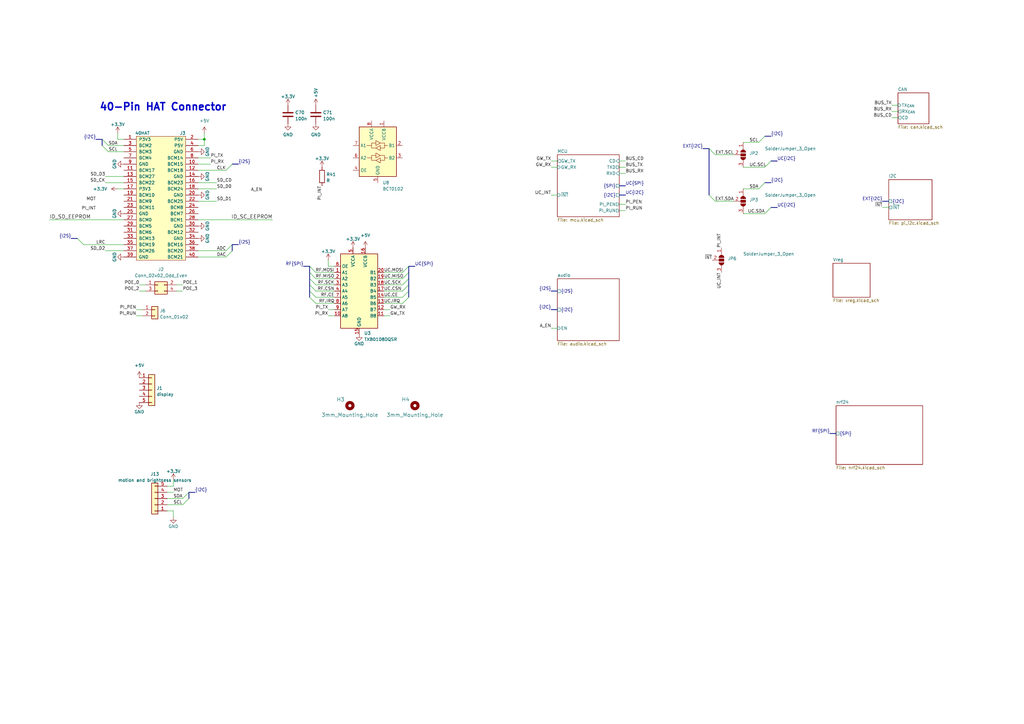
<source format=kicad_sch>
(kicad_sch (version 20230121) (generator eeschema)
  (paper "A3")
  (title_block (title "Raspberry Pi HAT") (rev "A"))
  (lib_symbols
    (symbol "Connector_Generic:Conn_01x02" (pin_names (offset 1.016) hide)
      (property "Reference" "J" (at 0 2.54 0))
      (property "Value" "Conn_01x02" (at 0 -5.08 0))
      (symbol "Conn_01x02_1_1"
        (rectangle (start -1.27 -2.413) (end 0 -2.667) (stroke (width 0.1524)))
        (rectangle (start -1.27 0.127) (end 0 -0.127) (stroke (width 0.1524)))
        (rectangle (start -1.27 1.27) (end 1.27 -3.81) (stroke (width 0.254)) (fill (type background)))
        (pin passive line (at -5.08 0 0) (length 3.81) (name "Pin_1") (number "1"))
        (pin passive line (at -5.08 -2.54 0) (length 3.81) (name "Pin_2") (number "2"))
      )
    )
    (symbol "Connector_Generic:Conn_01x05" (pin_names (offset 1.016) hide)
      (property "Reference" "J" (at 0 7.62 0))
      (property "Value" "Conn_01x05" (at 0 -7.62 0))
      (symbol "Conn_01x05_1_1"
        (rectangle (start -1.27 -4.953) (end 0 -5.207) (stroke (width 0.1524)))
        (rectangle (start -1.27 -2.413) (end 0 -2.667) (stroke (width 0.1524)))
        (rectangle (start -1.27 0.127) (end 0 -0.127) (stroke (width 0.1524)))
        (rectangle (start -1.27 2.667) (end 0 2.413) (stroke (width 0.1524)))
        (rectangle (start -1.27 5.207) (end 0 4.953) (stroke (width 0.1524)))
        (rectangle (start -1.27 6.35) (end 1.27 -6.35) (stroke (width 0.254)) (fill (type background)))
        (pin passive line (at -5.08 5.08 0) (length 3.81) (name "Pin_1") (number "1"))
        (pin passive line (at -5.08 2.54 0) (length 3.81) (name "Pin_2") (number "2"))
        (pin passive line (at -5.08 0 0) (length 3.81) (name "Pin_3") (number "3"))
        (pin passive line (at -5.08 -2.54 0) (length 3.81) (name "Pin_4") (number "4"))
        (pin passive line (at -5.08 -5.08 0) (length 3.81) (name "Pin_5") (number "5"))
      )
    )
    (symbol "Connector_Generic:Conn_02x02_Odd_Even" (pin_names (offset 1.016) hide)
      (property "Reference" "J" (at 1.27 2.54 0))
      (property "Value" "Conn_02x02_Odd_Even" (at 1.27 -5.08 0))
      (symbol "Conn_02x02_Odd_Even_1_1"
        (rectangle (start -1.27 -2.413) (end 0 -2.667) (stroke (width 0.1524)))
        (rectangle (start -1.27 0.127) (end 0 -0.127) (stroke (width 0.1524)))
        (rectangle (start -1.27 1.27) (end 3.81 -3.81) (stroke (width 0.254)) (fill (type background)))
        (rectangle (start 3.81 -2.413) (end 2.54 -2.667) (stroke (width 0.1524)))
        (rectangle (start 3.81 0.127) (end 2.54 -0.127) (stroke (width 0.1524)))
        (pin passive line (at -5.08 0 0) (length 3.81) (name "Pin_1") (number "1"))
        (pin passive line (at 7.62 0 180) (length 3.81) (name "Pin_2") (number "2"))
        (pin passive line (at -5.08 -2.54 0) (length 3.81) (name "Pin_3") (number "3"))
        (pin passive line (at 7.62 -2.54 180) (length 3.81) (name "Pin_4") (number "4"))
      )
    )
    (symbol "Device:C" (pin_numbers hide) (pin_names (offset 0.254))
      (property "Reference" "C" (at 0.635 2.54 0))
      (property "Value" "C" (at 0.635 -2.54 0))
      (symbol "C_0_1"
        (polyline (pts (xy -2.032 -0.762) (xy 2.032 -0.762)) (stroke (width 0.508)))
        (polyline (pts (xy -2.032 0.762) (xy 2.032 0.762)) (stroke (width 0.508)))
      )
      (symbol "C_1_1"
        (pin passive line (at 0 3.81 270) (length 2.794) (name "~") (number "1"))
        (pin passive line (at 0 -3.81 90) (length 2.794) (name "~") (number "2"))
      )
    )
    (symbol "Device:R" (pin_numbers hide) (pin_names (offset 0))
      (property "Reference" "R" (at 2.032 0 90))
      (property "Value" "R" (at 0 0 90))
      (symbol "R_0_1"
        (rectangle (start -1.016 -2.54) (end 1.016 2.54) (stroke (width 0.254)))
      )
      (symbol "R_1_1"
        (pin passive line (at 0 3.81 270) (length 1.27) (name "~") (number "1"))
        (pin passive line (at 0 -3.81 90) (length 1.27) (name "~") (number "2"))
      )
    )
    (symbol "Jumper:SolderJumper_3_Open" (pin_names (offset 0) hide)
      (property "Reference" "JP" (at -2.54 -2.54 0))
      (property "Value" "SolderJumper_3_Open" (at 0 2.794 0))
      (symbol "SolderJumper_3_Open_0_1"
        (arc (start -1.016 1.016) (mid -2.0276 0) (end -1.016 -1.016))
        (arc (start -1.016 1.016) (mid -2.0276 0) (end -1.016 -1.016) (fill (type outline)))
        (rectangle (start -0.508 1.016) (end 0.508 -1.016) (fill (type outline)))
        (polyline (pts (xy -2.54 0) (xy -2.032 0)))
        (polyline (pts (xy -1.016 1.016) (xy -1.016 -1.016)))
        (polyline (pts (xy 0 -1.27) (xy 0 -1.016)))
        (polyline (pts (xy 1.016 1.016) (xy 1.016 -1.016)))
        (polyline (pts (xy 2.54 0) (xy 2.032 0)))
        (arc (start 1.016 -1.016) (mid 2.0276 0) (end 1.016 1.016))
        (arc (start 1.016 -1.016) (mid 2.0276 0) (end 1.016 1.016) (fill (type outline)))
      )
      (symbol "SolderJumper_3_Open_1_1"
        (pin passive line (at -5.08 0 0) (length 2.54) (name "A") (number "1"))
        (pin passive line (at 0 -3.81 90) (length 2.54) (name "C") (number "2"))
        (pin passive line (at 5.08 0 180) (length 2.54) (name "B") (number "3"))
      )
    )
    (symbol "Logic_LevelTranslator:TXB0108DQSR"
      (property "Reference" "U" (at -6.35 16.51 0))
      (property "Value" "TXB0108DQSR" (at 3.81 16.51 0))
      (symbol "TXB0108DQSR_0_1"
        (rectangle (start -7.62 15.24) (end 7.62 -15.24) (stroke (width 0.254)) (fill (type background)))
      )
      (symbol "TXB0108DQSR_1_1"
        (pin bidirectional line (at -10.16 7.62 0) (length 2.54) (name "A1") (number "1"))
        (pin bidirectional line (at -10.16 -10.16 0) (length 2.54) (name "A8") (number "10"))
        (pin bidirectional line (at 10.16 -10.16 180) (length 2.54) (name "B8") (number "11"))
        (pin bidirectional line (at 10.16 -7.62 180) (length 2.54) (name "B7") (number "12"))
        (pin bidirectional line (at 10.16 -5.08 180) (length 2.54) (name "B6") (number "13"))
        (pin bidirectional line (at 10.16 -2.54 180) (length 2.54) (name "B5") (number "14"))
        (pin power_in line (at 0 -17.78 90) (length 2.54) (name "GND") (number "15"))
        (pin power_in line (at 2.54 17.78 270) (length 2.54) (name "VCCB") (number "16"))
        (pin bidirectional line (at 10.16 0 180) (length 2.54) (name "B4") (number "17"))
        (pin bidirectional line (at 10.16 2.54 180) (length 2.54) (name "B3") (number "18"))
        (pin bidirectional line (at 10.16 5.08 180) (length 2.54) (name "B2") (number "19"))
        (pin bidirectional line (at -10.16 5.08 0) (length 2.54) (name "A2") (number "2"))
        (pin bidirectional line (at 10.16 7.62 180) (length 2.54) (name "B1") (number "20"))
        (pin bidirectional line (at -10.16 2.54 0) (length 2.54) (name "A3") (number "3"))
        (pin bidirectional line (at -10.16 0 0) (length 2.54) (name "A4") (number "4"))
        (pin power_in line (at -2.54 17.78 270) (length 2.54) (name "VCCA") (number "5"))
        (pin input line (at -10.16 10.16 0) (length 2.54) (name "OE") (number "6"))
        (pin bidirectional line (at -10.16 -2.54 0) (length 2.54) (name "A5") (number "7"))
        (pin bidirectional line (at -10.16 -5.08 0) (length 2.54) (name "A6") (number "8"))
        (pin bidirectional line (at -10.16 -7.62 0) (length 2.54) (name "A7") (number "9"))
      )
    )
    (symbol "Mechanical:MountingHole" (pin_names (offset 1.016))
      (property "Reference" "H" (at 0 5.08 0))
      (property "Value" "MountingHole" (at 0 3.175 0))
      (symbol "MountingHole_0_1"
        (circle (center 0 0) (radius 1.27) (stroke (width 1.27)))
      )
    )
    (symbol "power:+3.3V" (power) (pin_names (offset 0))
      (property "Value" "+3.3V" (at 0 3.556 0))
      (symbol "+3.3V_0_1"
        (polyline (pts (xy -0.762 1.27) (xy 0 2.54)))
        (polyline (pts (xy 0 0) (xy 0 2.54)))
        (polyline (pts (xy 0 2.54) (xy 0.762 1.27)))
      )
      (symbol "+3.3V_1_1"
        (pin power_in line (at 0 0 90) (length 0) hide (name "+3.3V") (number "1"))
      )
    )
    (symbol "power:+5V" (power) (pin_names (offset 0))
      (property "Value" "+5V" (at 0 3.556 0))
      (symbol "+5V_0_1"
        (polyline (pts (xy -0.762 1.27) (xy 0 2.54)))
        (polyline (pts (xy 0 0) (xy 0 2.54)))
        (polyline (pts (xy 0 2.54) (xy 0.762 1.27)))
      )
      (symbol "+5V_1_1"
        (pin power_in line (at 0 0 90) (length 0) hide (name "+5V") (number "1"))
      )
    )
    (symbol "power:GND" (power) (pin_names (offset 0))
      (property "Value" "GND" (at 0 -3.81 0))
      (symbol "GND_0_1"
        (polyline (pts (xy 0 0) (xy 0 -1.27) (xy 1.27 -1.27) (xy 0 -2.54) (xy -1.27 -1.27) (xy 0 -1.27)))
      )
      (symbol "GND_1_1"
        (pin power_in line (at 0 0 270) (length 0) hide (name "GND") (number "1"))
      )
    )
    (symbol "prj_lib:BCT0102"
      (property "Reference" "U" (at -6.35 11.43 0))
      (property "Value" "BCT0102" (at 3.81 11.43 0))
      (symbol "BCT0102_0_1"
        (rectangle (start -7.62 10.16) (end 7.62 -10.16) (stroke (width 0.254)) (fill (type background)))
        (polyline (pts (xy -2.54 -2.54) (xy -2.54 -1.524) (xy -0.762 -1.524)))
        (polyline (pts (xy -2.54 2.54) (xy -2.54 3.556) (xy -0.762 3.556)))
        (polyline (pts (xy 2.794 -2.54) (xy 2.794 -3.556) (xy 1.016 -3.556)))
        (polyline (pts (xy 2.794 2.54) (xy 2.794 1.524) (xy 1.016 1.524)))
        (polyline (pts (xy -0.762 -3.556) (xy -2.54 -3.556) (xy -2.54 -2.54) (xy -4.318 -2.54)))
        (polyline (pts (xy -0.762 -2.54) (xy -0.762 -0.508) (xy 1.016 -1.524) (xy -0.762 -2.54)) (fill (type background)))
        (polyline (pts (xy -0.762 1.524) (xy -2.54 1.524) (xy -2.54 2.54) (xy -4.572 2.54)))
        (polyline (pts (xy -0.762 2.54) (xy -0.762 4.572) (xy 1.016 3.556) (xy -0.762 2.54)))
        (polyline (pts (xy 1.016 -2.54) (xy 1.016 -4.572) (xy -0.762 -3.556) (xy 1.016 -2.54)))
        (polyline (pts (xy 1.016 -1.524) (xy 2.794 -1.524) (xy 2.794 -2.54) (xy 4.064 -2.54)))
        (polyline (pts (xy 1.016 3.556) (xy 2.794 3.556) (xy 2.794 2.54) (xy 4.064 2.54)))
        (polyline (pts (xy 1.016 2.54) (xy 1.016 0.762) (xy 1.016 0.508) (xy -0.762 1.524) (xy 1.016 2.54)))
      )
      (symbol "BCT0102_1_1"
        (pin power_in line (at 2.54 12.7 270) (length 2.54) (name "VCCB") (number "1"))
        (pin bidirectional line (at 10.16 2.54 180) (length 2.54) (name "B1") (number "2"))
        (pin bidirectional line (at 10.16 -2.54 180) (length 2.54) (name "B2") (number "3"))
        (pin input line (at -10.16 -7.62 0) (length 2.54) (name "OE") (number "4"))
        (pin power_in line (at 0 -12.7 90) (length 2.54) (name "GND") (number "5"))
        (pin bidirectional line (at -10.16 -2.54 0) (length 2.54) (name "A2") (number "6"))
        (pin bidirectional line (at -10.16 2.54 0) (length 2.54) (name "A1") (number "7"))
        (pin power_in line (at -2.54 12.7 270) (length 2.54) (name "VCCA") (number "8"))
      )
    )
    (symbol "raspberrypi_hat:OX40HAT" (pin_names (offset 1.016))
      (property "Reference" "J" (at 8.89 2.54 0))
      (property "Value" "OX40HAT" (at -7.62 2.54 0))
      (symbol "OX40HAT_0_1"
        (rectangle (start -10.16 1.27) (end 10.16 -49.53) (fill (type background)))
      )
      (symbol "OX40HAT_1_1"
        (pin bidirectional line (at -15.24 0 0) (length 5.08) (name "P3V3") (number "1"))
        (pin bidirectional line (at 15.24 -10.16 180) (length 5.08) (name "BCM15") (number "10"))
        (pin bidirectional line (at -15.24 -12.7 0) (length 5.08) (name "BCM17") (number "11"))
        (pin bidirectional line (at 15.24 -12.7 180) (length 5.08) (name "BCM18") (number "12"))
        (pin bidirectional line (at -15.24 -15.24 0) (length 5.08) (name "BCM27") (number "13"))
        (pin bidirectional line (at 15.24 -15.24 180) (length 5.08) (name "GND") (number "14"))
        (pin bidirectional line (at -15.24 -17.78 0) (length 5.08) (name "BCM22") (number "15"))
        (pin bidirectional line (at 15.24 -17.78 180) (length 5.08) (name "BCM23") (number "16"))
        (pin bidirectional line (at -15.24 -20.32 0) (length 5.08) (name "P3V3") (number "17"))
        (pin bidirectional line (at 15.24 -20.32 180) (length 5.08) (name "BCM24") (number "18"))
        (pin bidirectional line (at -15.24 -22.86 0) (length 5.08) (name "BCM10") (number "19"))
        (pin bidirectional line (at 15.24 0 180) (length 5.08) (name "P5V") (number "2"))
        (pin bidirectional line (at 15.24 -22.86 180) (length 5.08) (name "GND") (number "20"))
        (pin bidirectional line (at -15.24 -25.4 0) (length 5.08) (name "BCM9") (number "21"))
        (pin bidirectional line (at 15.24 -25.4 180) (length 5.08) (name "BCM25") (number "22"))
        (pin bidirectional line (at -15.24 -27.94 0) (length 5.08) (name "BCM11") (number "23"))
        (pin bidirectional line (at 15.24 -27.94 180) (length 5.08) (name "BCM8") (number "24"))
        (pin bidirectional line (at -15.24 -30.48 0) (length 5.08) (name "GND") (number "25"))
        (pin bidirectional line (at 15.24 -30.48 180) (length 5.08) (name "BCM7") (number "26"))
        (pin bidirectional line (at -15.24 -33.02 0) (length 5.08) (name "BCM0") (number "27"))
        (pin bidirectional line (at 15.24 -33.02 180) (length 5.08) (name "BCM1") (number "28"))
        (pin bidirectional line (at -15.24 -35.56 0) (length 5.08) (name "BCM5") (number "29"))
        (pin bidirectional line (at -15.24 -2.54 0) (length 5.08) (name "BCM2") (number "3"))
        (pin bidirectional line (at 15.24 -35.56 180) (length 5.08) (name "GND") (number "30"))
        (pin bidirectional line (at -15.24 -38.1 0) (length 5.08) (name "BCM6") (number "31"))
        (pin bidirectional line (at 15.24 -38.1 180) (length 5.08) (name "BCM12") (number "32"))
        (pin bidirectional line (at -15.24 -40.64 0) (length 5.08) (name "BCM13") (number "33"))
        (pin bidirectional line (at 15.24 -40.64 180) (length 5.08) (name "GND") (number "34"))
        (pin bidirectional line (at -15.24 -43.18 0) (length 5.08) (name "BCM19") (number "35"))
        (pin bidirectional line (at 15.24 -43.18 180) (length 5.08) (name "BCM16") (number "36"))
        (pin bidirectional line (at -15.24 -45.72 0) (length 5.08) (name "BCM26") (number "37"))
        (pin bidirectional line (at 15.24 -45.72 180) (length 5.08) (name "BCM20") (number "38"))
        (pin bidirectional line (at -15.24 -48.26 0) (length 5.08) (name "GND") (number "39"))
        (pin bidirectional line (at 15.24 -2.54 180) (length 5.08) (name "P5V") (number "4"))
        (pin bidirectional line (at 15.24 -48.26 180) (length 5.08) (name "BCM21") (number "40"))
        (pin bidirectional line (at -15.24 -5.08 0) (length 5.08) (name "BCM3") (number "5"))
        (pin bidirectional line (at 15.24 -5.08 180) (length 5.08) (name "GND") (number "6"))
        (pin bidirectional line (at -15.24 -7.62 0) (length 5.08) (name "BCM4") (number "7"))
        (pin bidirectional line (at 15.24 -7.62 180) (length 5.08) (name "BCM14") (number "8"))
        (pin bidirectional line (at -15.24 -10.16 0) (length 5.08) (name "GND") (number "9"))
      )
    )
  )
  (bus_alias "I2C" (members "SDA" "SCL"))
  (bus_alias "I2S" (members "CLK" "LRC" "DAC" "ADC"))
  (bus_alias "SPI" (members "MOSI" "MISO" "SCK" "CSN" "CE" "IRQ"))
  (junction (at 83.82 57.15))
  (bus_entry (at 127 119.38) (size 2.54 2.54))
  (bus_entry (at 127 109.22) (size 2.54 2.54))
  (bus_entry (at 313.69 55.88) (size -2.54 2.54))
  (bus_entry (at 290.83 60.96) (size 2.54 2.54))
  (bus_entry (at 127 111.76) (size 2.54 2.54))
  (bus_entry (at 95.25 102.87) (size -2.54 2.54))
  (bus_entry (at 31.75 97.79) (size 2.54 2.54))
  (bus_entry (at 41.91 57.15) (size 2.54 2.54))
  (bus_entry (at 77.47 204.47) (size -2.54 2.54))
  (bus_entry (at 290.83 80.01) (size 2.54 2.54))
  (bus_entry (at 167.64 121.92) (size -2.54 2.54))
  (bus_entry (at 41.91 59.69) (size 2.54 2.54))
  (bus_entry (at 167.64 119.38) (size -2.54 2.54))
  (bus_entry (at 95.25 67.31) (size -2.54 2.54))
  (bus_entry (at 127 121.92) (size 2.54 2.54))
  (bus_entry (at 313.69 74.93) (size -2.54 2.54))
  (bus_entry (at 167.64 114.3) (size -2.54 2.54))
  (bus_entry (at 316.23 66.04) (size -2.54 2.54))
  (bus_entry (at 167.64 111.76) (size -2.54 2.54))
  (bus_entry (at 127 116.84) (size 2.54 2.54))
  (bus_entry (at 95.25 100.33) (size -2.54 2.54))
  (bus_entry (at 316.23 85.09) (size -2.54 2.54))
  (bus_entry (at 127 114.3) (size 2.54 2.54))
  (bus_entry (at 167.64 116.84) (size -2.54 2.54))
  (bus_entry (at 77.47 201.93) (size -2.54 2.54))
  (bus_entry (at 167.64 109.22) (size -2.54 2.54))
  (wire (pts (xy 137.16 119.38) (xy 129.54 119.38)))
  (wire (pts (xy 311.15 77.47) (xy 304.8 77.47)))
  (wire (pts (xy 74.93 204.47) (xy 68.58 204.47)))
  (bus (pts (xy 127 111.76) (xy 127 109.22)))
  (bus (pts (xy 41.91 57.15) (xy 41.91 59.69)))
  (wire (pts (xy 137.16 124.46) (xy 129.54 124.46)))
  (bus (pts (xy 127 116.84) (xy 127 114.3)))
  (wire (pts (xy 83.82 57.15) (xy 81.28 57.15)))
  (wire (pts (xy 226.06 80.01) (xy 228.6 80.01)))
  (wire (pts (xy 57.15 119.38) (xy 59.69 119.38)))
  (bus (pts (xy 80.01 201.93) (xy 77.47 201.93)))
  (wire (pts (xy 228.6 68.58) (xy 226.06 68.58)))
  (wire (pts (xy 71.12 209.55) (xy 68.58 209.55)))
  (wire (pts (xy 50.8 90.17) (xy 20.32 90.17)))
  (wire (pts (xy 311.15 58.42) (xy 304.8 58.42)))
  (bus (pts (xy 167.64 109.22) (xy 170.18 109.22)))
  (wire (pts (xy 134.62 127) (xy 137.16 127)))
  (wire (pts (xy 254 68.58) (xy 256.54 68.58)))
  (bus (pts (xy 318.77 66.04) (xy 316.23 66.04)))
  (wire (pts (xy 157.48 124.46) (xy 165.1 124.46)))
  (wire (pts (xy 157.48 129.54) (xy 160.02 129.54)))
  (bus (pts (xy 318.77 85.09) (xy 316.23 85.09)))
  (wire (pts (xy 48.26 54.61) (xy 48.26 57.15)))
  (wire (pts (xy 68.58 201.93) (xy 71.12 201.93)))
  (wire (pts (xy 55.88 127) (xy 58.42 127)))
  (wire (pts (xy 43.18 72.39) (xy 50.8 72.39)))
  (wire (pts (xy 81.28 90.17) (xy 111.76 90.17)))
  (wire (pts (xy 74.93 207.01) (xy 68.58 207.01)))
  (wire (pts (xy 134.62 109.22) (xy 137.16 109.22)))
  (bus (pts (xy 167.64 114.3) (xy 167.64 111.76)))
  (wire (pts (xy 157.48 119.38) (xy 165.1 119.38)))
  (wire (pts (xy 304.8 68.58) (xy 313.69 68.58)))
  (bus (pts (xy 226.06 127) (xy 228.6 127)))
  (wire (pts (xy 43.18 102.87) (xy 50.8 102.87)))
  (wire (pts (xy 44.45 59.69) (xy 50.8 59.69)))
  (wire (pts (xy 86.36 64.77) (xy 81.28 64.77)))
  (bus (pts (xy 167.64 116.84) (xy 167.64 114.3)))
  (wire (pts (xy 137.16 114.3) (xy 129.54 114.3)))
  (wire (pts (xy 81.28 102.87) (xy 92.71 102.87)))
  (wire (pts (xy 81.28 59.69) (xy 83.82 59.69)))
  (bus (pts (xy 316.23 55.88) (xy 313.69 55.88)))
  (bus (pts (xy 316.23 74.93) (xy 313.69 74.93)))
  (wire (pts (xy 157.48 116.84) (xy 165.1 116.84)))
  (bus (pts (xy 95.25 100.33) (xy 95.25 102.87)))
  (wire (pts (xy 68.58 199.39) (xy 71.12 199.39)))
  (wire (pts (xy 81.28 74.93) (xy 88.9 74.93)))
  (wire (pts (xy 71.12 212.09) (xy 71.12 209.55)))
  (bus (pts (xy 254 76.2) (xy 256.54 76.2)))
  (wire (pts (xy 157.48 114.3) (xy 165.1 114.3)))
  (wire (pts (xy 86.36 67.31) (xy 81.28 67.31)))
  (wire (pts (xy 228.6 66.04) (xy 226.06 66.04)))
  (wire (pts (xy 293.37 63.5) (xy 300.99 63.5)))
  (bus (pts (xy 167.64 121.92) (xy 167.64 119.38)))
  (wire (pts (xy 293.37 82.55) (xy 300.99 82.55)))
  (wire (pts (xy 368.3 48.26) (xy 365.76 48.26)))
  (bus (pts (xy 124.46 109.22) (xy 127 109.22)))
  (wire (pts (xy 361.95 85.09) (xy 364.49 85.09)))
  (wire (pts (xy 157.48 121.92) (xy 165.1 121.92)))
  (wire (pts (xy 81.28 77.47) (xy 88.9 77.47)))
  (wire (pts (xy 254 66.04) (xy 256.54 66.04)))
  (wire (pts (xy 137.16 116.84) (xy 129.54 116.84)))
  (wire (pts (xy 254 71.12) (xy 256.54 71.12)))
  (bus (pts (xy 127 114.3) (xy 127 111.76)))
  (bus (pts (xy 288.29 60.96) (xy 290.83 60.96)))
  (wire (pts (xy 83.82 54.61) (xy 83.82 57.15)))
  (wire (pts (xy 72.39 116.84) (xy 74.93 116.84)))
  (wire (pts (xy 157.48 111.76) (xy 165.1 111.76)))
  (bus (pts (xy 95.25 67.31) (xy 97.79 67.31)))
  (bus (pts (xy 95.25 100.33) (xy 97.79 100.33)))
  (wire (pts (xy 34.29 100.33) (xy 50.8 100.33)))
  (wire (pts (xy 304.8 87.63) (xy 313.69 87.63)))
  (wire (pts (xy 55.88 129.54) (xy 58.42 129.54)))
  (wire (pts (xy 71.12 199.39) (xy 71.12 196.85)))
  (bus (pts (xy 127 121.92) (xy 127 119.38)))
  (wire (pts (xy 137.16 121.92) (xy 129.54 121.92)))
  (bus (pts (xy 127 119.38) (xy 127 116.84)))
  (bus (pts (xy 226.06 119.38) (xy 228.6 119.38)))
  (wire (pts (xy 50.8 57.15) (xy 48.26 57.15)))
  (wire (pts (xy 368.3 43.18) (xy 365.76 43.18)))
  (wire (pts (xy 134.62 129.54) (xy 137.16 129.54)))
  (wire (pts (xy 81.28 82.55) (xy 88.9 82.55)))
  (wire (pts (xy 81.28 69.85) (xy 92.71 69.85)))
  (wire (pts (xy 57.15 116.84) (xy 59.69 116.84)))
  (wire (pts (xy 157.48 127) (xy 160.02 127)))
  (bus (pts (xy 167.64 119.38) (xy 167.64 116.84)))
  (wire (pts (xy 83.82 59.69) (xy 83.82 57.15)))
  (wire (pts (xy 134.62 106.68) (xy 134.62 109.22)))
  (wire (pts (xy 368.3 45.72) (xy 365.76 45.72)))
  (wire (pts (xy 43.18 74.93) (xy 50.8 74.93)))
  (wire (pts (xy 254 83.82) (xy 256.54 83.82)))
  (bus (pts (xy 31.75 97.79) (xy 29.21 97.79)))
  (wire (pts (xy 226.06 134.62) (xy 228.6 134.62)))
  (bus (pts (xy 361.95 82.55) (xy 364.49 82.55)))
  (wire (pts (xy 254 86.36) (xy 256.54 86.36)))
  (wire (pts (xy 44.45 62.23) (xy 50.8 62.23)))
  (wire (pts (xy 48.26 77.47) (xy 50.8 77.47)))
  (bus (pts (xy 77.47 201.93) (xy 77.47 204.47)))
  (wire (pts (xy 81.28 105.41) (xy 92.71 105.41)))
  (bus (pts (xy 290.83 60.96) (xy 290.83 80.01)))
  (bus (pts (xy 167.64 111.76) (xy 167.64 109.22)))
  (bus (pts (xy 340.36 177.8) (xy 342.9 177.8)))
  (bus (pts (xy 254 80.01) (xy 256.54 80.01)))
  (bus (pts (xy 39.37 57.15) (xy 41.91 57.15)))
  (wire (pts (xy 72.39 119.38) (xy 74.93 119.38)))
  (wire (pts (xy 137.16 111.76) (xy 129.54 111.76)))
  (text "40-Pin HAT Connector" (at 40.64 45.72 0) (effects (font (size 2.9972 2.9972) (thickness 0.5994) bold) (justify left bottom)))
  (label "BUS_RX" (at 365.76 45.72 180))
  (label "SDA" (at 48.26 59.69 180))
  (label "ID_SD_EEPROM" (at 20.32 90.17 0) (effects (font (size 1.524 1.524))))
  (label "{I2S}" (at 29.21 97.79 180))
  (label "SD_D3" (at 43.18 72.39 180))
  (label "SCL" (at 307.34 58.42 0))
  (label "UC.SDA" (at 313.69 87.63 180))
  (label "RF.CE" (at 137.16 121.92 180))
  (label "PI_RX" (at 134.62 129.54 180))
  (label "UC{I2C}" (at 318.77 85.09 0))
  (label "EXT.SCL" (at 300.99 63.5 180))
  (label "PI_INT" (at 295.91 101.6 90))
  (label "UC.IRQ" (at 157.48 124.46 0))
  (label "EXT{I2C}" (at 361.95 82.55 180))
  (label "UC.SCK" (at 157.48 116.84 0))
  (label "CLK" (at 88.9 69.85 0))
  (label "LRC" (at 43.18 100.33 180))
  (label "PI_PEN" (at 55.88 127 180))
  (label "SD_D1" (at 88.9 82.55 0))
  (label "GW_TX" (at 160.02 129.54 0))
  (label "SDA" (at 307.34 77.47 0))
  (label "UC{I2C}" (at 318.77 66.04 0))
  (label "{I2C}" (at 316.23 55.88 0))
  (label "~{INT}" (at 361.95 85.09 180))
  (label "RF.CSN" (at 137.16 119.38 180))
  (label "SCL" (at 48.26 62.23 180))
  (label "{I2C}" (at 316.23 74.93 0))
  (label "MOT" (at 71.12 201.93 0))
  (label "GW_RX" (at 226.06 68.58 180))
  (label "UC.MOSI" (at 157.48 111.76 0))
  (label "RF.SCK" (at 137.16 116.84 180))
  (label "RF.MOSI" (at 137.16 111.76 180))
  (label "{I2S}" (at 226.06 119.38 180))
  (label "ADC" (at 88.9 102.87 0))
  (label "BUS_TX" (at 365.76 43.18 180))
  (label "SDA" (at 71.12 204.47 0))
  (label "PI_RUN" (at 55.88 129.54 180))
  (label "PI_TX" (at 86.36 64.77 0))
  (label "{I2S}" (at 97.79 100.33 0))
  (label "SD_CK" (at 43.18 74.93 180))
  (label "UC.MISO" (at 157.48 114.3 0))
  (label "A_EN" (at 226.06 134.62 180))
  (label "SD_CD" (at 88.9 74.93 0))
  (label "POE_0" (at 57.15 116.84 180))
  (label "PI_INT" (at 39.37 86.36 180))
  (label "PI_RUN" (at 256.54 86.36 0))
  (label "BUS_CD" (at 256.54 66.04 0))
  (label "ID_SC_EEPROM" (at 111.76 90.17 180) (effects (font (size 1.524 1.524))))
  (label "GW_RX" (at 160.02 127 0))
  (label "EXT.SDA" (at 300.99 82.55 180))
  (label "DAC" (at 88.9 105.41 0))
  (label "UC{SPI}" (at 170.18 109.22 0))
  (label "UC_INT" (at 295.91 111.76 270))
  (label "BUS_RX" (at 256.54 71.12 0))
  (label "UC.SCL" (at 307.34 68.58 0))
  (label "GW_TX" (at 226.06 66.04 180))
  (label "RF.MISO" (at 137.16 114.3 180))
  (label "UC.CSN" (at 157.48 119.38 0))
  (label "SCL" (at 71.12 207.01 0))
  (label "POE_3" (at 74.93 119.38 0))
  (label "UC.CE" (at 157.48 121.92 0))
  (label "RF.IRQ" (at 137.16 124.46 180))
  (label "A_EN" (at 102.87 78.74 0))
  (label "UC{I2C}" (at 256.54 80.01 0))
  (label "SD_D0" (at 88.9 77.47 0))
  (label "PI_PEN" (at 256.54 83.82 0))
  (label "~{INT}" (at 292.1 106.68 180))
  (label "POE_2" (at 57.15 119.38 180))
  (label "PI_RX" (at 86.36 67.31 0))
  (label "BUS_TX" (at 256.54 68.58 0))
  (label "{I2S}" (at 97.79 67.31 0))
  (label "RF{SPI}" (at 124.46 109.22 180))
  (label "{I2C}" (at 80.01 201.93 0))
  (label "BUS_CD" (at 365.76 48.26 180))
  (label "PI_TX" (at 134.62 127 180))
  (label "PI_INT" (at 132.08 76.2 270))
  (label "EXT{I2C}" (at 288.29 60.96 180))
  (label "{I2C}" (at 226.06 127 180))
  (label "UC_INT" (at 226.06 80.01 180))
  (label "SD_D2" (at 43.18 102.87 180))
  (label "UC{SPI}" (at 256.54 76.2 0))
  (label "RF{SPI}" (at 340.36 177.8 180))
  (label "POE_1" (at 74.93 116.84 0))
  (label "MOT" (at 39.37 82.55 180))
  (label "{I2C}" (at 39.37 57.15 180))
  (symbol (lib_id "Mechanical:MountingHole") (at 143.51 166.37 0) (unit 1)
    (property "Reference" "H3" (at 139.7 163.83 0) (effects (font (size 1.524 1.524))))
    (property "Value" "3mm_Mounting_Hole" (at 143.51 170.18 0) (effects (font (size 1.524 1.524))))
    (property "Footprint" "project_footprints:NPTH_3mm_ID" (effects hide))
  )
  (symbol (lib_id "Mechanical:MountingHole") (at 170.18 166.37 0) (unit 1)
    (property "Reference" "H4" (at 166.37 163.83 0) (effects (font (size 1.524 1.524))))
    (property "Value" "3mm_Mounting_Hole" (at 170.18 170.18 0) (effects (font (size 1.524 1.524))))
    (property "Footprint" "project_footprints:NPTH_3mm_ID" (effects hide))
  )
  (symbol (lib_id "raspberrypi_hat:OX40HAT") (at 66.04 57.15 0) (unit 1)
    (property "Reference" "J3" (at 74.93 54.61 0))
    (property "Value" "40HAT" (at 58.42 54.61 0))
    (property "Footprint" "Connector_PinSocket_2.54mm:PinSocket_2x20_P2.54mm_Vertical" (effects hide))
  )
  (symbol (lib_id "Connector_Generic:Conn_01x02") (at 63.5 127 0) (unit 1)
    (property "Reference" "J6" (at 65.532 127.4353 0) (effects (justify left)))
    (property "Value" "Conn_01x02" (at 65.532 129.9722 0) (effects (justify left)))
    (property "Footprint" "Connector_PinSocket_2.54mm:PinSocket_1x02_P2.54mm_Vertical" (effects hide))
  )
  (symbol (lib_id "Jumper:SolderJumper_3_Open") (at 304.8 63.5 270) (unit 1)
    (property "Reference" "JP2" (at 307.34 62.865 90) (effects (justify left)))
    (property "Value" "SolderJumper_3_Open" (at 313.69 60.96 90) (effects (justify left)))
    (property "Footprint" "Jumper:SolderJumper-3_P1.3mm_Open_RoundedPad1.0x1.5mm" (effects hide))
  )
  (symbol (lib_id "power:+3.3V") (at 144.78 101.6 0) (unit 1)
    (property "Reference" "#PWR012" (effects hide))
    (property "Value" "+3.3V" (at 144.78 98.0242 0))
  )
  (symbol (lib_id "power:+3.3V") (at 48.26 77.47 90) (mirror x) (unit 1)
    (property "Reference" "#PWR0103" (effects hide))
    (property "Value" "+3.3V" (at 38.1 77.47 90) (effects (justify right)))
  )
  (symbol (lib_id "power:GND") (at 147.32 137.16 0) (unit 1)
    (property "Reference" "#PWR011" (effects hide))
    (property "Value" "GND" (at 147.32 140.97 0))
  )
  (symbol (lib_id "Logic_LevelTranslator:TXB0108DQSR") (at 147.32 119.38 0) (unit 1)
    (property "Reference" "U3" (at 149.3394 136.6504 0) (effects (justify left)))
    (property "Value" "TXB0108DQSR" (at 149.3394 139.1873 0) (effects (justify left)))
    (property "Footprint" "Package_SO:TSSOP-20_4.4x6.5mm_P0.65mm" (effects hide))
    (property "Datasheet" "http://www.ti.com/lit/ds/symlink/txb0108.pdf" (effects hide))
  )
  (symbol (lib_id "power:+3.3V") (at 118.11 43.18 0) (unit 1)
    (property "Reference" "#PWR0113" (effects hide))
    (property "Value" "+3.3V" (at 118.11 39.6042 0))
  )
  (symbol (lib_id "Connector_Generic:Conn_01x05") (at 62.23 160.02 0) (unit 1)
    (property "Reference" "J1" (at 64.262 159.1853 0) (effects (justify left)))
    (property "Value" "display" (at 64.262 161.7222 0) (effects (justify left)))
    (property "Footprint" "Connector_PinSocket_2.54mm:PinSocket_1x05_P2.54mm_Vertical" (effects hide))
  )
  (symbol (lib_id "power:GND") (at 81.28 92.71 90) (unit 1)
    (property "Reference" "#PWR0135" (effects hide))
    (property "Value" "GND" (at 85.09 92.71 0))
  )
  (symbol (lib_id "Connector_Generic:Conn_02x02_Odd_Even") (at 64.77 116.84 0) (unit 1)
    (property "Reference" "J2" (at 66.04 110.49 0))
    (property "Value" "Conn_02x02_Odd_Even" (at 66.04 113.03 0))
    (property "Footprint" "Connector_PinSocket_2.54mm:PinSocket_2x02_P2.54mm_Vertical" (effects hide))
  )
  (symbol (lib_id "Jumper:SolderJumper_3_Open") (at 295.91 106.68 270) (unit 1)
    (property "Reference" "JP6" (at 298.45 106.045 90) (effects (justify left)))
    (property "Value" "SolderJumper_3_Open" (at 304.8 104.14 90) (effects (justify left)))
    (property "Footprint" "Jumper:SolderJumper-3_P1.3mm_Open_RoundedPad1.0x1.5mm" (effects hide))
  )
  (symbol (lib_id "power:+5V") (at 83.82 54.61 0) (unit 1)
    (property "Reference" "#PWR0125" (effects hide))
    (property "Value" "+5V" (at 83.82 49.53 0))
  )
  (symbol (lib_id "power:GND") (at 50.8 105.41 270) (unit 1)
    (property "Reference" "#PWR0136" (effects hide))
    (property "Value" "GND" (at 46.99 105.41 0))
  )
  (symbol (lib_id "power:+3.3V") (at 71.12 196.85 0) (unit 1)
    (property "Reference" "#PWR027" (effects hide))
    (property "Value" "+3.3V" (at 71.12 193.2742 0))
  )
  (symbol (lib_id "power:+3.3V") (at 132.08 68.58 0) (unit 1)
    (property "Reference" "#PWR020" (effects hide))
    (property "Value" "+3.3V" (at 132.08 65.0042 0))
  )
  (symbol (lib_id "power:+5V") (at 129.54 43.18 0) (unit 1)
    (property "Reference" "#PWR0115" (effects hide))
    (property "Value" "+5V" (at 129.54 38.1 90))
  )
  (symbol (lib_id "power:+5V") (at 57.15 154.94 0) (unit 1)
    (property "Reference" "#PWR0102" (effects hide))
    (property "Value" "+5V" (at 57.15 149.86 0))
  )
  (symbol (lib_id "power:+3.3V") (at 48.26 54.61 0) (unit 1)
    (property "Reference" "#PWR0119" (effects hide))
    (property "Value" "+3.3V" (at 48.26 51.0342 0))
  )
  (symbol (lib_id "power:GND") (at 50.8 67.31 270) (unit 1)
    (property "Reference" "#PWR0132" (effects hide))
    (property "Value" "GND" (at 46.99 67.31 0))
  )
  (symbol (lib_id "prj_lib:BCT0102") (at 154.94 62.23 0) (unit 1)
    (property "Reference" "U8" (at 156.8959 74.93 0) (effects (justify left)))
    (property "Value" "BCT0102" (at 156.8959 77.47 0) (effects (justify left)))
    (property "Footprint" "Package_TO_SOT_SMD:SOT-23-8" (effects hide))
    (property "Datasheet" "http://www.ti.com/lit/ds/symlink/txb0102.pdf" (effects hide))
  )
  (symbol (lib_id "power:GND") (at 129.54 50.8 0) (unit 1)
    (property "Reference" "#PWR0111" (effects hide))
    (property "Value" "GND" (at 129.54 55.2434 0))
  )
  (symbol (lib_id "power:+3.3V") (at 134.62 106.68 0) (unit 1)
    (property "Reference" "#PWR014" (effects hide))
    (property "Value" "+3.3V" (at 134.62 103.1042 0))
  )
  (symbol (lib_id "power:GND") (at 57.15 165.1 0) (unit 1)
    (property "Reference" "#PWR0101" (effects hide))
    (property "Value" "GND" (at 57.15 168.91 0))
  )
  (symbol (lib_id "Device:C") (at 118.11 46.99 180) (unit 1)
    (property "Reference" "C70" (at 121.031 46.1553 0) (effects (justify right)))
    (property "Value" "100n" (at 121.031 48.6922 0) (effects (justify right)))
    (property "Footprint" "Capacitor_SMD:C_0603_1608Metric" (effects hide))
  )
  (symbol (lib_id "power:GND") (at 118.11 50.8 0) (unit 1)
    (property "Reference" "#PWR0110" (effects hide))
    (property "Value" "GND" (at 118.11 55.2434 0))
  )
  (symbol (lib_id "Connector_Generic:Conn_01x05") (at 63.5 204.47 180) (unit 1)
    (property "Reference" "J13" (at 63.5 194.4202 0))
    (property "Value" "motion and brightness sensors" (at 63.5 196.9571 0))
    (property "Footprint" "Connector_JST:JST_PH_B5B-PH-K_1x05_P2.00mm_Vertical" (effects hide))
  )
  (symbol (lib_id "Device:C") (at 129.54 46.99 180) (unit 1)
    (property "Reference" "C71" (at 132.461 46.1553 0) (effects (justify right)))
    (property "Value" "100n" (at 132.461 48.6922 0) (effects (justify right)))
    (property "Footprint" "Capacitor_SMD:C_0603_1608Metric" (effects hide))
  )
  (symbol (lib_id "power:GND") (at 81.28 62.23 90) (unit 1)
    (property "Reference" "#PWR0130" (effects hide))
    (property "Value" "GND" (at 85.09 62.23 0))
  )
  (symbol (lib_id "power:GND") (at 50.8 87.63 270) (unit 1)
    (property "Reference" "#PWR0134" (effects hide))
    (property "Value" "GND" (at 46.99 87.63 0))
  )
  (symbol (lib_id "power:+5V") (at 149.86 101.6 0) (unit 1)
    (property "Reference" "#PWR013" (effects hide))
    (property "Value" "+5V" (at 149.86 96.52 0))
  )
  (symbol (lib_id "power:GND") (at 81.28 72.39 90) (unit 1)
    (property "Reference" "#PWR0133" (effects hide))
    (property "Value" "GND" (at 85.09 72.39 0))
  )
  (symbol (lib_id "Device:R") (at 132.08 72.39 0) (unit 1)
    (property "Reference" "R41" (at 133.858 71.5553 0) (effects (justify left)))
    (property "Value" "R" (at 133.858 74.0922 0) (effects (justify left)))
    (property "Footprint" "Resistor_SMD:R_0603_1608Metric" (effects hide))
  )
  (symbol (lib_id "power:GND") (at 81.28 97.79 90) (unit 1)
    (property "Reference" "#PWR0137" (effects hide))
    (property "Value" "GND" (at 85.09 97.79 0))
  )
  (symbol (lib_id "power:GND") (at 81.28 80.01 90) (unit 1)
    (property "Reference" "#PWR0131" (effects hide))
    (property "Value" "GND" (at 85.09 80.01 0))
  )
  (symbol (lib_id "power:GND") (at 71.12 212.09 0) (unit 1)
    (property "Reference" "#PWR0212" (effects hide))
    (property "Value" "GND" (at 71.12 215.9 0))
  )
  (symbol (lib_id "Jumper:SolderJumper_3_Open") (at 304.8 82.55 270) (unit 1)
    (property "Reference" "JP3" (at 307.34 81.915 90) (effects (justify left)))
    (property "Value" "SolderJumper_3_Open" (at 313.69 80.01 90) (effects (justify left)))
    (property "Footprint" "Jumper:SolderJumper-3_P1.3mm_Open_RoundedPad1.0x1.5mm" (effects hide))
  )
  (sheet (at 228.6 63.5) (size 25.4 25.4) (stroke (width 0.1524))
    (property "Sheetname" "MCU" (at 228.6 62.7884 0) (effects (justify left bottom)))
    (property "Sheetfile" "mcu.kicad_sch" (at 228.6 89.4846 0) (effects (justify left top)))
    (pin "CD" input (at 254 66.04 0))
    (pin "TXD" output (at 254 68.58 0))
    (pin "RXD" input (at 254 71.12 0))
    (pin "{SPI}" passive (at 254 76.2 0))
    (pin "GW_TX" output (at 228.6 66.04 180))
    (pin "GW_RX" input (at 228.6 68.58 180))
    (pin "{I2C}" passive (at 254 80.01 0))
    (pin "~{INT}" input (at 228.6 80.01 180))
    (pin "PI_PEN" output (at 254 83.82 0))
    (pin "PI_RUN" output (at 254 86.36 0))
  )
  (sheet (at 342.9 166.37) (size 35.56 24.13) (stroke (width 0.1524))
    (property "Sheetname" "nrf24" (at 342.9 165.6584 0) (effects (justify left bottom)))
    (property "Sheetfile" "nrf24.kicad_sch" (at 342.9 191.0846 0) (effects (justify left top)))
    (pin "{SPI}" passive (at 342.9 177.8 180))
  )
  (sheet (at 364.49 73.66) (size 17.78 16.51) (stroke (width 0.1524))
    (property "Sheetname" "I2C" (at 364.49 72.9484 0) (effects (justify left bottom)))
    (property "Sheetfile" "pi_i2c.kicad_sch" (at 364.49 90.7546 0) (effects (justify left top)))
    (pin "{I2C}" passive (at 364.49 82.55 180))
    (pin "~{INT}" output (at 364.49 85.09 180))
  )
  (sheet (at 341.63 107.95) (size 15.24 13.97) (stroke (width 0.1524))
    (property "Sheetname" "Vreg" (at 341.63 107.2384 0) (effects (justify left bottom)))
    (property "Sheetfile" "vreg.kicad_sch" (at 341.63 122.5046 0) (effects (justify left top)))
  )
  (sheet (at 368.3 38.1) (size 12.7 12.7) (stroke (width 0.1524))
    (property "Sheetname" "CAN" (at 368.3 37.3884 0) (effects (justify left bottom)))
    (property "Sheetfile" "can.kicad_sch" (at 368.3 51.3846 0) (effects (justify left top)))
    (pin "TX_{CAN}" input (at 368.3 43.18 180))
    (pin "RX_{CAN}" output (at 368.3 45.72 180))
    (pin "CD" output (at 368.3 48.26 180))
  )
  (sheet (at 228.6 114.3) (size 25.4 25.4) (stroke (width 0.1524))
    (property "Sheetname" "audio" (at 228.6 113.5884 0) (effects (justify left bottom)))
    (property "Sheetfile" "audio.kicad_sch" (at 228.6 140.2846 0) (effects (justify left top)))
    (pin "EN" input (at 228.6 134.62 180))
    (pin "{I2C}" passive (at 228.6 127 180))
    (pin "{I2S}" passive (at 228.6 119.38 180))
  )
)
</source>
